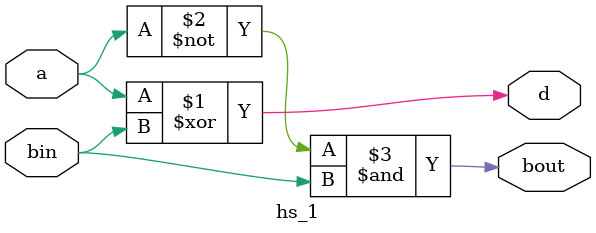
<source format=v>
`timescale 1ns / 1ps


module hs_1(a,bin,d,bout);
input a,bin;
output d,bout;
assign d=a^bin;
assign bout=(~a)&bin;
endmodule
</source>
